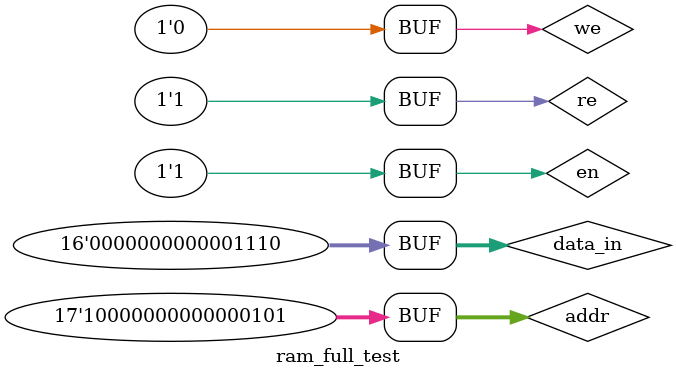
<source format=v>
`timescale 1ns / 1ps


module ram_full_test;

	// Inputs
	reg en;
	reg re;
	reg we;
	reg [15:0] data_in;
	reg [16:0] addr;

	// Outputs
	wire done;
	wire ram1EN;
	wire ram2EN;
	wire ram1OE;
	wire ram2OE;
	wire ram1WE;
	wire ram2WE;
	wire [17:0] ram_addr1;
	wire [17:0] ram_addr2;
	wire [15:0] data_out;

	// Bidirs
	wire [15:0] ram_data1;
	wire [15:0] ram_data2;

	// Instantiate the Unit Under Test (UUT)
	ram_full uut (
		.en(en), 
		.re(re), 
		.we(we), 
		.data_in(data_in), 
		.addr(addr), 
		.done(done), 
		.ram1EN(ram1EN), 
		.ram2EN(ram2EN), 
		.ram1OE(ram1OE), 
		.ram2OE(ram2OE), 
		.ram1WE(ram1WE), 
		.ram2WE(ram2WE), 
		.ram_addr1(ram_addr1), 
		.ram_addr2(ram_addr2), 
		.ram_data1(ram_data1), 
		.ram_data2(ram_data2), 
		.data_out(data_out)
	);

	initial begin
		// Initialize Inputs
		en = 0;
		re = 0;
		we = 0;
		data_in = 0;
		addr = 0;

		// Wait 100 ns for global reset to finish
		#100;
      en = 1;
		data_in = 16'b1110;
		addr = 17'b0101;
		//write1
		we = #10 1;
		//read1
		we = #100 0;
		re = 1;
		//write 2
		addr[16] = #20 1;
		re = #100 0;
		we = 1;
		//read2
		we = #100 0;
		re = 1;
		
	end
      
endmodule


</source>
